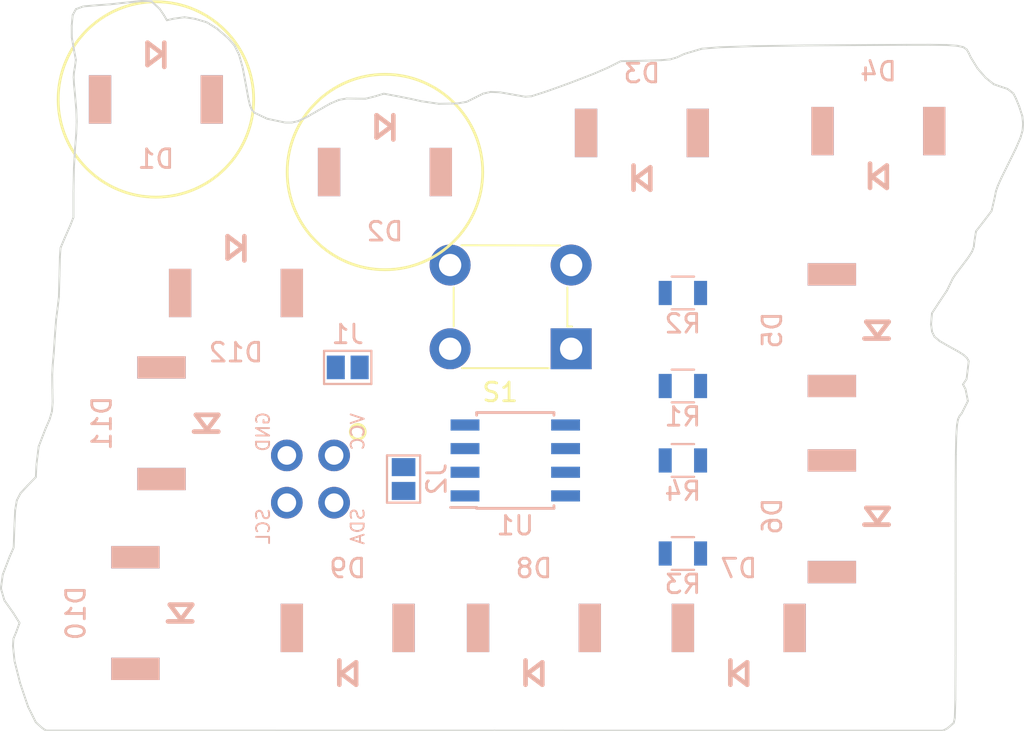
<source format=kicad_pcb>
(kicad_pcb (version 4) (host pcbnew 4.0.7-e2-6376~58~ubuntu16.04.1)

  (general
    (links 38)
    (no_connects 38)
    (area 128.776182 59.930969 201.318901 106.570821)
    (thickness 1.6)
    (drawings 191)
    (tracks 0)
    (zones 0)
    (modules 21)
    (nets 15)
  )

  (page A4)
  (layers
    (0 F.Cu signal)
    (31 B.Cu signal)
    (32 B.Adhes user)
    (33 F.Adhes user)
    (34 B.Paste user)
    (35 F.Paste user)
    (36 B.SilkS user)
    (37 F.SilkS user)
    (38 B.Mask user)
    (39 F.Mask user)
    (40 Dwgs.User user)
    (41 Cmts.User user)
    (42 Eco1.User user)
    (43 Eco2.User user)
    (44 Edge.Cuts user)
    (45 Margin user)
    (46 B.CrtYd user)
    (47 F.CrtYd user)
    (48 B.Fab user)
    (49 F.Fab user)
  )

  (setup
    (last_trace_width 0.25)
    (trace_clearance 0.2)
    (zone_clearance 0.508)
    (zone_45_only no)
    (trace_min 0.2)
    (segment_width 0.2)
    (edge_width 0.15)
    (via_size 0.6)
    (via_drill 0.4)
    (via_min_size 0.4)
    (via_min_drill 0.3)
    (uvia_size 0.3)
    (uvia_drill 0.1)
    (uvias_allowed no)
    (uvia_min_size 0.2)
    (uvia_min_drill 0.1)
    (pcb_text_width 0.3)
    (pcb_text_size 1.5 1.5)
    (mod_edge_width 0.15)
    (mod_text_size 1 1)
    (mod_text_width 0.15)
    (pad_size 1.524 1.524)
    (pad_drill 0.762)
    (pad_to_mask_clearance 0.2)
    (aux_axis_origin 0 0)
    (visible_elements FFFFFF7F)
    (pcbplotparams
      (layerselection 0x00030_80000001)
      (usegerberextensions false)
      (excludeedgelayer true)
      (linewidth 0.100000)
      (plotframeref false)
      (viasonmask false)
      (mode 1)
      (useauxorigin false)
      (hpglpennumber 1)
      (hpglpenspeed 20)
      (hpglpendiameter 15)
      (hpglpenoverlay 2)
      (psnegative false)
      (psa4output false)
      (plotreference true)
      (plotvalue true)
      (plotinvisibletext false)
      (padsonsilk false)
      (subtractmaskfromsilk false)
      (outputformat 1)
      (mirror false)
      (drillshape 1)
      (scaleselection 1)
      (outputdirectory ""))
  )

  (net 0 "")
  (net 1 "Net-(D1-Pad2)")
  (net 2 /ROW2)
  (net 3 /ROW3)
  (net 4 /ROW4)
  (net 5 "Net-(D4-Pad2)")
  (net 6 /ROW1)
  (net 7 "Net-(D7-Pad2)")
  (net 8 "Net-(D10-Pad2)")
  (net 9 "Net-(J1-Pad2)")
  (net 10 "Net-(J2-Pad2)")
  (net 11 GND)
  (net 12 /BUTTON)
  (net 13 "Net-(U1-Pad1)")
  (net 14 +3V3)

  (net_class Default "This is the default net class."
    (clearance 0.2)
    (trace_width 0.25)
    (via_dia 0.6)
    (via_drill 0.4)
    (uvia_dia 0.3)
    (uvia_drill 0.1)
    (add_net +3V3)
    (add_net /BUTTON)
    (add_net /ROW1)
    (add_net /ROW2)
    (add_net /ROW3)
    (add_net /ROW4)
    (add_net GND)
    (add_net "Net-(D1-Pad2)")
    (add_net "Net-(D10-Pad2)")
    (add_net "Net-(D4-Pad2)")
    (add_net "Net-(D7-Pad2)")
    (add_net "Net-(J1-Pad2)")
    (add_net "Net-(J2-Pad2)")
    (add_net "Net-(U1-Pad1)")
  )

  (module DC503_SAO:OSRAM_LED (layer F.Cu) (tedit 5B592173) (tstamp 5B50B221)
    (at 167 76.5 180)
    (path /5B4E85E0)
    (fp_text reference D2 (at 0 -3.2 180) (layer B.SilkS)
      (effects (font (size 1 1) (thickness 0.15)) (justify mirror))
    )
    (fp_text value LED (at 0 -2 180) (layer B.Fab)
      (effects (font (size 1 1) (thickness 0.15)) (justify mirror))
    )
    (fp_circle (center 0 0) (end -5.25 0) (layer F.SilkS) (width 0.15))
    (fp_line (start -0.45 3.05) (end -0.45 1.75) (layer B.SilkS) (width 0.25))
    (fp_line (start 0.45 3.05) (end 0.45 1.85) (layer B.SilkS) (width 0.25))
    (fp_line (start 0.45 1.85) (end -0.35 2.45) (layer B.SilkS) (width 0.25))
    (fp_line (start -0.35 2.45) (end 0.45 3.05) (layer B.SilkS) (width 0.25))
    (pad 1 smd rect (at 3 0 180) (size 1.2 2.6) (layers B.Cu B.Paste B.SilkS B.Mask)
      (net 3 /ROW3))
    (pad 2 smd rect (at -3 0 180) (size 1.2 2.6) (layers B.Cu B.Paste B.SilkS B.Mask)
      (net 1 "Net-(D1-Pad2)"))
  )

  (module DC503_SAO:OSRAM_LED (layer F.Cu) (tedit 5B54A7A6) (tstamp 5B50B21B)
    (at 154.7 72.6 180)
    (path /5B4E84D1)
    (fp_text reference D1 (at 0 -3.2 180) (layer B.SilkS)
      (effects (font (size 1 1) (thickness 0.15)) (justify mirror))
    )
    (fp_text value LED (at 0 -2 180) (layer B.Fab)
      (effects (font (size 1 1) (thickness 0.15)) (justify mirror))
    )
    (fp_circle (center 0 0) (end 5.25 0) (layer F.SilkS) (width 0.15))
    (fp_line (start -0.45 3.05) (end -0.45 1.75) (layer B.SilkS) (width 0.25))
    (fp_line (start 0.45 3.05) (end 0.45 1.85) (layer B.SilkS) (width 0.25))
    (fp_line (start 0.45 1.85) (end -0.35 2.45) (layer B.SilkS) (width 0.25))
    (fp_line (start -0.35 2.45) (end 0.45 3.05) (layer B.SilkS) (width 0.25))
    (pad 1 smd rect (at 3 0 180) (size 1.2 2.6) (layers B.Cu B.Paste B.SilkS B.Mask)
      (net 2 /ROW2))
    (pad 2 smd rect (at -3 0 180) (size 1.2 2.6) (layers B.Cu B.Paste B.SilkS B.Mask)
      (net 1 "Net-(D1-Pad2)"))
  )

  (module DC503_SAO:OSRAM_LED (layer F.Cu) (tedit 5B54A432) (tstamp 5B50B251)
    (at 153.6 100.2 90)
    (path /5B4F32AE)
    (fp_text reference D10 (at 0 -3.2 90) (layer B.SilkS)
      (effects (font (size 1 1) (thickness 0.15)) (justify mirror))
    )
    (fp_text value LED (at 0 -2 90) (layer B.Fab)
      (effects (font (size 1 1) (thickness 0.15)) (justify mirror))
    )
    (fp_line (start -0.45 3.05) (end -0.45 1.75) (layer B.SilkS) (width 0.25))
    (fp_line (start 0.45 3.05) (end 0.45 1.85) (layer B.SilkS) (width 0.25))
    (fp_line (start 0.45 1.85) (end -0.35 2.45) (layer B.SilkS) (width 0.25))
    (fp_line (start -0.35 2.45) (end 0.45 3.05) (layer B.SilkS) (width 0.25))
    (pad 1 smd rect (at 3 0 90) (size 1.2 2.6) (layers B.Cu B.Paste B.SilkS B.Mask)
      (net 6 /ROW1))
    (pad 2 smd rect (at -3 0 90) (size 1.2 2.6) (layers B.Cu B.Paste B.SilkS B.Mask)
      (net 8 "Net-(D10-Pad2)"))
  )

  (module DC503_SAO:OSRAM_LED (layer F.Cu) (tedit 5B541B19) (tstamp 5B50B22D)
    (at 193.5 74.3)
    (path /5B4F2F41)
    (fp_text reference D4 (at 0 -3.2) (layer B.SilkS)
      (effects (font (size 1 1) (thickness 0.15)) (justify mirror))
    )
    (fp_text value LED (at 0 -2) (layer B.Fab)
      (effects (font (size 1 1) (thickness 0.15)) (justify mirror))
    )
    (fp_line (start -0.45 3.05) (end -0.45 1.75) (layer B.SilkS) (width 0.25))
    (fp_line (start 0.45 3.05) (end 0.45 1.85) (layer B.SilkS) (width 0.25))
    (fp_line (start 0.45 1.85) (end -0.35 2.45) (layer B.SilkS) (width 0.25))
    (fp_line (start -0.35 2.45) (end 0.45 3.05) (layer B.SilkS) (width 0.25))
    (pad 1 smd rect (at 3 0) (size 1.2 2.6) (layers B.Cu B.Paste B.SilkS B.Mask)
      (net 6 /ROW1))
    (pad 2 smd rect (at -3 0) (size 1.2 2.6) (layers B.Cu B.Paste B.SilkS B.Mask)
      (net 5 "Net-(D4-Pad2)"))
  )

  (module Connectors:GS2 (layer B.Cu) (tedit 586134A1) (tstamp 5B50B26B)
    (at 165 87 90)
    (descr "2-pin solder bridge")
    (tags "solder bridge")
    (path /5B4E8C34)
    (attr smd)
    (fp_text reference J1 (at 1.78 0 360) (layer B.SilkS)
      (effects (font (size 1 1) (thickness 0.15)) (justify mirror))
    )
    (fp_text value GS2 (at -1.8 0 360) (layer B.Fab)
      (effects (font (size 1 1) (thickness 0.15)) (justify mirror))
    )
    (fp_line (start 1.1 1.45) (end 1.1 -1.5) (layer B.CrtYd) (width 0.05))
    (fp_line (start 1.1 -1.5) (end -1.1 -1.5) (layer B.CrtYd) (width 0.05))
    (fp_line (start -1.1 -1.5) (end -1.1 1.45) (layer B.CrtYd) (width 0.05))
    (fp_line (start -1.1 1.45) (end 1.1 1.45) (layer B.CrtYd) (width 0.05))
    (fp_line (start -0.89 1.27) (end -0.89 -1.27) (layer B.SilkS) (width 0.12))
    (fp_line (start 0.89 -1.27) (end 0.89 1.27) (layer B.SilkS) (width 0.12))
    (fp_line (start 0.89 -1.27) (end -0.89 -1.27) (layer B.SilkS) (width 0.12))
    (fp_line (start -0.89 1.27) (end 0.89 1.27) (layer B.SilkS) (width 0.12))
    (pad 1 smd rect (at 0 0.64 90) (size 1.27 0.97) (layers B.Cu B.Paste B.Mask)
      (net 3 /ROW3))
    (pad 2 smd rect (at 0 -0.64 90) (size 1.27 0.97) (layers B.Cu B.Paste B.Mask)
      (net 9 "Net-(J1-Pad2)"))
  )

  (module Connectors:GS2 (layer B.Cu) (tedit 586134A1) (tstamp 5B50B279)
    (at 168 93)
    (descr "2-pin solder bridge")
    (tags "solder bridge")
    (path /5B4E8CEF)
    (attr smd)
    (fp_text reference J2 (at 1.78 0 270) (layer B.SilkS)
      (effects (font (size 1 1) (thickness 0.15)) (justify mirror))
    )
    (fp_text value GS2 (at -1.8 0 270) (layer B.Fab)
      (effects (font (size 1 1) (thickness 0.15)) (justify mirror))
    )
    (fp_line (start 1.1 1.45) (end 1.1 -1.5) (layer B.CrtYd) (width 0.05))
    (fp_line (start 1.1 -1.5) (end -1.1 -1.5) (layer B.CrtYd) (width 0.05))
    (fp_line (start -1.1 -1.5) (end -1.1 1.45) (layer B.CrtYd) (width 0.05))
    (fp_line (start -1.1 1.45) (end 1.1 1.45) (layer B.CrtYd) (width 0.05))
    (fp_line (start -0.89 1.27) (end -0.89 -1.27) (layer B.SilkS) (width 0.12))
    (fp_line (start 0.89 -1.27) (end 0.89 1.27) (layer B.SilkS) (width 0.12))
    (fp_line (start 0.89 -1.27) (end -0.89 -1.27) (layer B.SilkS) (width 0.12))
    (fp_line (start -0.89 1.27) (end 0.89 1.27) (layer B.SilkS) (width 0.12))
    (pad 1 smd rect (at 0 0.64) (size 1.27 0.97) (layers B.Cu B.Paste B.Mask)
      (net 6 /ROW1))
    (pad 2 smd rect (at 0 -0.64) (size 1.27 0.97) (layers B.Cu B.Paste B.Mask)
      (net 10 "Net-(J2-Pad2)"))
  )

  (module Resistors_SMD:R_0805 (layer B.Cu) (tedit 58E0A804) (tstamp 5B50B28A)
    (at 183 88)
    (descr "Resistor SMD 0805, reflow soldering, Vishay (see dcrcw.pdf)")
    (tags "resistor 0805")
    (path /5B4F32A2)
    (attr smd)
    (fp_text reference R1 (at 0 1.65) (layer B.SilkS)
      (effects (font (size 1 1) (thickness 0.15)) (justify mirror))
    )
    (fp_text value 100R (at 0 -1.75) (layer B.Fab)
      (effects (font (size 1 1) (thickness 0.15)) (justify mirror))
    )
    (fp_text user %R (at 0 0) (layer B.Fab)
      (effects (font (size 0.5 0.5) (thickness 0.075)) (justify mirror))
    )
    (fp_line (start -1 -0.62) (end -1 0.62) (layer B.Fab) (width 0.1))
    (fp_line (start 1 -0.62) (end -1 -0.62) (layer B.Fab) (width 0.1))
    (fp_line (start 1 0.62) (end 1 -0.62) (layer B.Fab) (width 0.1))
    (fp_line (start -1 0.62) (end 1 0.62) (layer B.Fab) (width 0.1))
    (fp_line (start 0.6 -0.88) (end -0.6 -0.88) (layer B.SilkS) (width 0.12))
    (fp_line (start -0.6 0.88) (end 0.6 0.88) (layer B.SilkS) (width 0.12))
    (fp_line (start -1.55 0.9) (end 1.55 0.9) (layer B.CrtYd) (width 0.05))
    (fp_line (start -1.55 0.9) (end -1.55 -0.9) (layer B.CrtYd) (width 0.05))
    (fp_line (start 1.55 -0.9) (end 1.55 0.9) (layer B.CrtYd) (width 0.05))
    (fp_line (start 1.55 -0.9) (end -1.55 -0.9) (layer B.CrtYd) (width 0.05))
    (pad 1 smd rect (at -0.95 0) (size 0.7 1.3) (layers B.Cu B.Paste B.Mask)
      (net 4 /ROW4))
    (pad 2 smd rect (at 0.95 0) (size 0.7 1.3) (layers B.Cu B.Paste B.Mask)
      (net 8 "Net-(D10-Pad2)"))
    (model ${KISYS3DMOD}/Resistors_SMD.3dshapes/R_0805.wrl
      (at (xyz 0 0 0))
      (scale (xyz 1 1 1))
      (rotate (xyz 0 0 0))
    )
  )

  (module Resistors_SMD:R_0805 (layer B.Cu) (tedit 58E0A804) (tstamp 5B50B29B)
    (at 183 83)
    (descr "Resistor SMD 0805, reflow soldering, Vishay (see dcrcw.pdf)")
    (tags "resistor 0805")
    (path /5B4F3279)
    (attr smd)
    (fp_text reference R2 (at 0 1.65) (layer B.SilkS)
      (effects (font (size 1 1) (thickness 0.15)) (justify mirror))
    )
    (fp_text value 100R (at 0 -1.75) (layer B.Fab)
      (effects (font (size 1 1) (thickness 0.15)) (justify mirror))
    )
    (fp_text user %R (at 0 0) (layer B.Fab)
      (effects (font (size 0.5 0.5) (thickness 0.075)) (justify mirror))
    )
    (fp_line (start -1 -0.62) (end -1 0.62) (layer B.Fab) (width 0.1))
    (fp_line (start 1 -0.62) (end -1 -0.62) (layer B.Fab) (width 0.1))
    (fp_line (start 1 0.62) (end 1 -0.62) (layer B.Fab) (width 0.1))
    (fp_line (start -1 0.62) (end 1 0.62) (layer B.Fab) (width 0.1))
    (fp_line (start 0.6 -0.88) (end -0.6 -0.88) (layer B.SilkS) (width 0.12))
    (fp_line (start -0.6 0.88) (end 0.6 0.88) (layer B.SilkS) (width 0.12))
    (fp_line (start -1.55 0.9) (end 1.55 0.9) (layer B.CrtYd) (width 0.05))
    (fp_line (start -1.55 0.9) (end -1.55 -0.9) (layer B.CrtYd) (width 0.05))
    (fp_line (start 1.55 -0.9) (end 1.55 0.9) (layer B.CrtYd) (width 0.05))
    (fp_line (start 1.55 -0.9) (end -1.55 -0.9) (layer B.CrtYd) (width 0.05))
    (pad 1 smd rect (at -0.95 0) (size 0.7 1.3) (layers B.Cu B.Paste B.Mask)
      (net 3 /ROW3))
    (pad 2 smd rect (at 0.95 0) (size 0.7 1.3) (layers B.Cu B.Paste B.Mask)
      (net 7 "Net-(D7-Pad2)"))
    (model ${KISYS3DMOD}/Resistors_SMD.3dshapes/R_0805.wrl
      (at (xyz 0 0 0))
      (scale (xyz 1 1 1))
      (rotate (xyz 0 0 0))
    )
  )

  (module Resistors_SMD:R_0805 (layer B.Cu) (tedit 58E0A804) (tstamp 5B50B2AC)
    (at 183 97)
    (descr "Resistor SMD 0805, reflow soldering, Vishay (see dcrcw.pdf)")
    (tags "resistor 0805")
    (path /5B4F2F35)
    (attr smd)
    (fp_text reference R3 (at 0 1.65) (layer B.SilkS)
      (effects (font (size 1 1) (thickness 0.15)) (justify mirror))
    )
    (fp_text value 100R (at 0 -1.75) (layer B.Fab)
      (effects (font (size 1 1) (thickness 0.15)) (justify mirror))
    )
    (fp_text user %R (at 0 0) (layer B.Fab)
      (effects (font (size 0.5 0.5) (thickness 0.075)) (justify mirror))
    )
    (fp_line (start -1 -0.62) (end -1 0.62) (layer B.Fab) (width 0.1))
    (fp_line (start 1 -0.62) (end -1 -0.62) (layer B.Fab) (width 0.1))
    (fp_line (start 1 0.62) (end 1 -0.62) (layer B.Fab) (width 0.1))
    (fp_line (start -1 0.62) (end 1 0.62) (layer B.Fab) (width 0.1))
    (fp_line (start 0.6 -0.88) (end -0.6 -0.88) (layer B.SilkS) (width 0.12))
    (fp_line (start -0.6 0.88) (end 0.6 0.88) (layer B.SilkS) (width 0.12))
    (fp_line (start -1.55 0.9) (end 1.55 0.9) (layer B.CrtYd) (width 0.05))
    (fp_line (start -1.55 0.9) (end -1.55 -0.9) (layer B.CrtYd) (width 0.05))
    (fp_line (start 1.55 -0.9) (end 1.55 0.9) (layer B.CrtYd) (width 0.05))
    (fp_line (start 1.55 -0.9) (end -1.55 -0.9) (layer B.CrtYd) (width 0.05))
    (pad 1 smd rect (at -0.95 0) (size 0.7 1.3) (layers B.Cu B.Paste B.Mask)
      (net 2 /ROW2))
    (pad 2 smd rect (at 0.95 0) (size 0.7 1.3) (layers B.Cu B.Paste B.Mask)
      (net 5 "Net-(D4-Pad2)"))
    (model ${KISYS3DMOD}/Resistors_SMD.3dshapes/R_0805.wrl
      (at (xyz 0 0 0))
      (scale (xyz 1 1 1))
      (rotate (xyz 0 0 0))
    )
  )

  (module Resistors_SMD:R_0805 (layer B.Cu) (tedit 58E0A804) (tstamp 5B50B2BD)
    (at 183 92)
    (descr "Resistor SMD 0805, reflow soldering, Vishay (see dcrcw.pdf)")
    (tags "resistor 0805")
    (path /5B4E8222)
    (attr smd)
    (fp_text reference R4 (at 0 1.65) (layer B.SilkS)
      (effects (font (size 1 1) (thickness 0.15)) (justify mirror))
    )
    (fp_text value 100R (at 0 -1.75) (layer B.Fab)
      (effects (font (size 1 1) (thickness 0.15)) (justify mirror))
    )
    (fp_text user %R (at 0 0) (layer B.Fab)
      (effects (font (size 0.5 0.5) (thickness 0.075)) (justify mirror))
    )
    (fp_line (start -1 -0.62) (end -1 0.62) (layer B.Fab) (width 0.1))
    (fp_line (start 1 -0.62) (end -1 -0.62) (layer B.Fab) (width 0.1))
    (fp_line (start 1 0.62) (end 1 -0.62) (layer B.Fab) (width 0.1))
    (fp_line (start -1 0.62) (end 1 0.62) (layer B.Fab) (width 0.1))
    (fp_line (start 0.6 -0.88) (end -0.6 -0.88) (layer B.SilkS) (width 0.12))
    (fp_line (start -0.6 0.88) (end 0.6 0.88) (layer B.SilkS) (width 0.12))
    (fp_line (start -1.55 0.9) (end 1.55 0.9) (layer B.CrtYd) (width 0.05))
    (fp_line (start -1.55 0.9) (end -1.55 -0.9) (layer B.CrtYd) (width 0.05))
    (fp_line (start 1.55 -0.9) (end 1.55 0.9) (layer B.CrtYd) (width 0.05))
    (fp_line (start 1.55 -0.9) (end -1.55 -0.9) (layer B.CrtYd) (width 0.05))
    (pad 1 smd rect (at -0.95 0) (size 0.7 1.3) (layers B.Cu B.Paste B.Mask)
      (net 6 /ROW1))
    (pad 2 smd rect (at 0.95 0) (size 0.7 1.3) (layers B.Cu B.Paste B.Mask)
      (net 1 "Net-(D1-Pad2)"))
    (model ${KISYS3DMOD}/Resistors_SMD.3dshapes/R_0805.wrl
      (at (xyz 0 0 0))
      (scale (xyz 1 1 1))
      (rotate (xyz 0 0 0))
    )
  )

  (module digikey-footprints:Switch_Tactile_THT_6x6mm (layer F.Cu) (tedit 5AF34E1F) (tstamp 5B50B2D3)
    (at 177 86 180)
    (descr http://www.te.com/commerce/DocumentDelivery/DDEController?Action=srchrtrv&DocNm=1825910&DocType=Customer+Drawing&DocLang=English)
    (path /5B4E90BD)
    (fp_text reference S1 (at 3.81 -2.3368 180) (layer F.SilkS)
      (effects (font (size 1 1) (thickness 0.15)))
    )
    (fp_text value 1825910-6 (at 3.6322 7.0866 180) (layer F.Fab)
      (effects (font (size 1 1) (thickness 0.15)))
    )
    (fp_line (start 0.2032 1.2004) (end -0.0468 1.2004) (layer F.SilkS) (width 0.1))
    (fp_line (start 5.8928 5.5626) (end 0.6 5.5528) (layer F.SilkS) (width 0.1))
    (fp_line (start 6.3092 1.2048) (end 6.3092 3.3) (layer F.SilkS) (width 0.1))
    (fp_line (start 0.2032 1.1938) (end 0.2032 3.302) (layer F.SilkS) (width 0.1))
    (fp_line (start 1.2 -1.0414) (end 5.8674 -1.0414) (layer F.SilkS) (width 0.1))
    (fp_line (start -1.35 -1.35) (end -1.35 5.85) (layer F.CrtYd) (width 0.05))
    (fp_line (start 7.85 -1.35) (end -1.35 -1.35) (layer F.CrtYd) (width 0.05))
    (fp_line (start 7.85 5.85) (end -1.35 5.85) (layer F.CrtYd) (width 0.05))
    (fp_line (start 7.85 -1.35) (end 7.85 5.85) (layer F.CrtYd) (width 0.05))
    (fp_text user %R (at 3.3782 2.286 180) (layer F.Fab)
      (effects (font (size 1 1) (thickness 0.15)))
    )
    (fp_line (start 0.25 -1) (end 0.25 5.5) (layer F.Fab) (width 0.1))
    (fp_line (start 6.25 5.5) (end 0.25 5.5) (layer F.Fab) (width 0.1))
    (fp_line (start 6.25 -1) (end 6.25 5.5) (layer F.Fab) (width 0.1))
    (fp_line (start 0.25 -1) (end 6.25 -1) (layer F.Fab) (width 0.1))
    (pad 1 thru_hole rect (at 0 0 180) (size 2.2 2.2) (drill 1.2) (layers *.Cu *.Mask)
      (net 11 GND))
    (pad 2 thru_hole circle (at 6.5 0 180) (size 2.2 2.2) (drill 1.2) (layers *.Cu *.Mask)
      (net 11 GND))
    (pad 4 thru_hole circle (at 6.5 4.5 180) (size 2.2 2.2) (drill 1.2) (layers *.Cu *.Mask)
      (net 12 /BUTTON))
    (pad 3 thru_hole circle (at 0 4.5 180) (size 2.2 2.2) (drill 1.2) (layers *.Cu *.Mask)
      (net 12 /BUTTON))
  )

  (module Housings_SOIC:SOIC-8_3.9x4.9mm_Pitch1.27mm (layer B.Cu) (tedit 58CD0CDA) (tstamp 5B50B2F0)
    (at 174 92)
    (descr "8-Lead Plastic Small Outline (SN) - Narrow, 3.90 mm Body [SOIC] (see Microchip Packaging Specification 00000049BS.pdf)")
    (tags "SOIC 1.27")
    (path /5B4E7DA2)
    (attr smd)
    (fp_text reference U1 (at 0 3.5) (layer B.SilkS)
      (effects (font (size 1 1) (thickness 0.15)) (justify mirror))
    )
    (fp_text value ATTINY85-20SU (at 0 -3.5) (layer B.Fab)
      (effects (font (size 1 1) (thickness 0.15)) (justify mirror))
    )
    (fp_text user %R (at 0 0) (layer B.Fab)
      (effects (font (size 1 1) (thickness 0.15)) (justify mirror))
    )
    (fp_line (start -0.95 2.45) (end 1.95 2.45) (layer B.Fab) (width 0.1))
    (fp_line (start 1.95 2.45) (end 1.95 -2.45) (layer B.Fab) (width 0.1))
    (fp_line (start 1.95 -2.45) (end -1.95 -2.45) (layer B.Fab) (width 0.1))
    (fp_line (start -1.95 -2.45) (end -1.95 1.45) (layer B.Fab) (width 0.1))
    (fp_line (start -1.95 1.45) (end -0.95 2.45) (layer B.Fab) (width 0.1))
    (fp_line (start -3.73 2.7) (end -3.73 -2.7) (layer B.CrtYd) (width 0.05))
    (fp_line (start 3.73 2.7) (end 3.73 -2.7) (layer B.CrtYd) (width 0.05))
    (fp_line (start -3.73 2.7) (end 3.73 2.7) (layer B.CrtYd) (width 0.05))
    (fp_line (start -3.73 -2.7) (end 3.73 -2.7) (layer B.CrtYd) (width 0.05))
    (fp_line (start -2.075 2.575) (end -2.075 2.525) (layer B.SilkS) (width 0.15))
    (fp_line (start 2.075 2.575) (end 2.075 2.43) (layer B.SilkS) (width 0.15))
    (fp_line (start 2.075 -2.575) (end 2.075 -2.43) (layer B.SilkS) (width 0.15))
    (fp_line (start -2.075 -2.575) (end -2.075 -2.43) (layer B.SilkS) (width 0.15))
    (fp_line (start -2.075 2.575) (end 2.075 2.575) (layer B.SilkS) (width 0.15))
    (fp_line (start -2.075 -2.575) (end 2.075 -2.575) (layer B.SilkS) (width 0.15))
    (fp_line (start -2.075 2.525) (end -3.475 2.525) (layer B.SilkS) (width 0.15))
    (pad 1 smd rect (at -2.7 1.905) (size 1.55 0.6) (layers B.Cu B.Paste B.Mask)
      (net 13 "Net-(U1-Pad1)"))
    (pad 2 smd rect (at -2.7 0.635) (size 1.55 0.6) (layers B.Cu B.Paste B.Mask)
      (net 4 /ROW4))
    (pad 3 smd rect (at -2.7 -0.635) (size 1.55 0.6) (layers B.Cu B.Paste B.Mask)
      (net 12 /BUTTON))
    (pad 4 smd rect (at -2.7 -1.905) (size 1.55 0.6) (layers B.Cu B.Paste B.Mask)
      (net 11 GND))
    (pad 5 smd rect (at 2.7 -1.905) (size 1.55 0.6) (layers B.Cu B.Paste B.Mask)
      (net 6 /ROW1))
    (pad 6 smd rect (at 2.7 -0.635) (size 1.55 0.6) (layers B.Cu B.Paste B.Mask)
      (net 2 /ROW2))
    (pad 7 smd rect (at 2.7 0.635) (size 1.55 0.6) (layers B.Cu B.Paste B.Mask)
      (net 3 /ROW3))
    (pad 8 smd rect (at 2.7 1.905) (size 1.55 0.6) (layers B.Cu B.Paste B.Mask)
      (net 14 +3V3))
    (model ${KISYS3DMOD}/Housings_SOIC.3dshapes/SOIC-8_3.9x4.9mm_Pitch1.27mm.wrl
      (at (xyz 0 0 0))
      (scale (xyz 1 1 1))
      (rotate (xyz 0 0 0))
    )
  )

  (module DC503_SAO:Badgelife-Shitty-2x2 (layer F.Cu) (tedit 5B501009) (tstamp 5B50B2F8)
    (at 163 93 270)
    (descr "Through hole angled pin header, 2x02, 2.54mm pitch, 6mm pin length, double rows")
    (tags "Through hole angled pin header THT 2x02 2.54mm double row")
    (path /5B4E7EF2)
    (fp_text reference X1 (at 0 0 270) (layer F.Fab)
      (effects (font (size 1 1) (thickness 0.15)))
    )
    (fp_text value Badgelife_shitty_connector (at 0 4.2 270) (layer F.Fab)
      (effects (font (size 1 1) (thickness 0.15)))
    )
    (fp_text user SDA (at 2.54 -2.54 270) (layer B.SilkS)
      (effects (font (size 0.7 0.7) (thickness 0.1)) (justify mirror))
    )
    (fp_circle (center -2.54 -2.54) (end -2.14 -2.54) (layer F.SilkS) (width 0.15))
    (fp_text user SCL (at 2.54 2.54 270) (layer B.SilkS)
      (effects (font (size 0.7 0.7) (thickness 0.1)) (justify mirror))
    )
    (fp_text user GND (at -2.54 2.54 270) (layer B.SilkS)
      (effects (font (size 0.7 0.7) (thickness 0.1)) (justify mirror))
    )
    (fp_text user VCC (at -2.54 -2.54 270) (layer B.SilkS)
      (effects (font (size 0.7 0.7) (thickness 0.1)) (justify mirror))
    )
    (pad 4 thru_hole circle (at 1.27 -1.27 270) (size 1.7 1.7) (drill 1) (layers *.Cu *.Mask)
      (net 10 "Net-(J2-Pad2)"))
    (pad 3 thru_hole oval (at 1.27 1.27 270) (size 1.7 1.7) (drill 1) (layers *.Cu *.Mask)
      (net 9 "Net-(J1-Pad2)"))
    (pad 1 thru_hole oval (at -1.27 -1.27 270) (size 1.7 1.7) (drill 1) (layers *.Cu *.Mask)
      (net 14 +3V3))
    (pad 2 thru_hole oval (at -1.27 1.27 270) (size 1.7 1.7) (drill 1) (layers *.Cu *.Mask)
      (net 11 GND))
    (model ${KISYS3DMOD}/Pin_Headers.3dshapes/Pin_Header_Angled_2x02_Pitch2.54mm.wrl
      (at (xyz 0 0 0))
      (scale (xyz 1 1 1))
      (rotate (xyz 0 0 0))
    )
  )

  (module DC503_SAO:OSRAM_LED (layer F.Cu) (tedit 5B53EFA1) (tstamp 5B50B227)
    (at 180.8 74.4)
    (path /5B4E8493)
    (fp_text reference D3 (at 0 -3.2) (layer B.SilkS)
      (effects (font (size 1 1) (thickness 0.15)) (justify mirror))
    )
    (fp_text value LED (at 0 -2) (layer B.Fab)
      (effects (font (size 1 1) (thickness 0.15)) (justify mirror))
    )
    (fp_line (start -0.45 3.05) (end -0.45 1.75) (layer B.SilkS) (width 0.25))
    (fp_line (start 0.45 3.05) (end 0.45 1.85) (layer B.SilkS) (width 0.25))
    (fp_line (start 0.45 1.85) (end -0.35 2.45) (layer B.SilkS) (width 0.25))
    (fp_line (start -0.35 2.45) (end 0.45 3.05) (layer B.SilkS) (width 0.25))
    (pad 1 smd rect (at 3 0) (size 1.2 2.6) (layers B.Cu B.Paste B.SilkS B.Mask)
      (net 4 /ROW4))
    (pad 2 smd rect (at -3 0) (size 1.2 2.6) (layers B.Cu B.Paste B.SilkS B.Mask)
      (net 1 "Net-(D1-Pad2)"))
  )

  (module DC503_SAO:OSRAM_LED (layer F.Cu) (tedit 5B53EFA1) (tstamp 5B50B233)
    (at 191 85 90)
    (path /5B4F2F47)
    (fp_text reference D5 (at 0 -3.2 90) (layer B.SilkS)
      (effects (font (size 1 1) (thickness 0.15)) (justify mirror))
    )
    (fp_text value LED (at 0 -2 90) (layer B.Fab)
      (effects (font (size 1 1) (thickness 0.15)) (justify mirror))
    )
    (fp_line (start -0.45 3.05) (end -0.45 1.75) (layer B.SilkS) (width 0.25))
    (fp_line (start 0.45 3.05) (end 0.45 1.85) (layer B.SilkS) (width 0.25))
    (fp_line (start 0.45 1.85) (end -0.35 2.45) (layer B.SilkS) (width 0.25))
    (fp_line (start -0.35 2.45) (end 0.45 3.05) (layer B.SilkS) (width 0.25))
    (pad 1 smd rect (at 3 0 90) (size 1.2 2.6) (layers B.Cu B.Paste B.SilkS B.Mask)
      (net 3 /ROW3))
    (pad 2 smd rect (at -3 0 90) (size 1.2 2.6) (layers B.Cu B.Paste B.SilkS B.Mask)
      (net 5 "Net-(D4-Pad2)"))
  )

  (module DC503_SAO:OSRAM_LED (layer F.Cu) (tedit 5B53EFA1) (tstamp 5B50B239)
    (at 191 95 90)
    (path /5B4F2F3B)
    (fp_text reference D6 (at 0 -3.2 90) (layer B.SilkS)
      (effects (font (size 1 1) (thickness 0.15)) (justify mirror))
    )
    (fp_text value LED (at 0 -2 90) (layer B.Fab)
      (effects (font (size 1 1) (thickness 0.15)) (justify mirror))
    )
    (fp_line (start -0.45 3.05) (end -0.45 1.75) (layer B.SilkS) (width 0.25))
    (fp_line (start 0.45 3.05) (end 0.45 1.85) (layer B.SilkS) (width 0.25))
    (fp_line (start 0.45 1.85) (end -0.35 2.45) (layer B.SilkS) (width 0.25))
    (fp_line (start -0.35 2.45) (end 0.45 3.05) (layer B.SilkS) (width 0.25))
    (pad 1 smd rect (at 3 0 90) (size 1.2 2.6) (layers B.Cu B.Paste B.SilkS B.Mask)
      (net 4 /ROW4))
    (pad 2 smd rect (at -3 0 90) (size 1.2 2.6) (layers B.Cu B.Paste B.SilkS B.Mask)
      (net 5 "Net-(D4-Pad2)"))
  )

  (module DC503_SAO:OSRAM_LED (layer F.Cu) (tedit 5B53EFA1) (tstamp 5B50B23F)
    (at 186 101)
    (path /5B4F3285)
    (fp_text reference D7 (at 0 -3.2) (layer B.SilkS)
      (effects (font (size 1 1) (thickness 0.15)) (justify mirror))
    )
    (fp_text value LED (at 0 -2) (layer B.Fab)
      (effects (font (size 1 1) (thickness 0.15)) (justify mirror))
    )
    (fp_line (start -0.45 3.05) (end -0.45 1.75) (layer B.SilkS) (width 0.25))
    (fp_line (start 0.45 3.05) (end 0.45 1.85) (layer B.SilkS) (width 0.25))
    (fp_line (start 0.45 1.85) (end -0.35 2.45) (layer B.SilkS) (width 0.25))
    (fp_line (start -0.35 2.45) (end 0.45 3.05) (layer B.SilkS) (width 0.25))
    (pad 1 smd rect (at 3 0) (size 1.2 2.6) (layers B.Cu B.Paste B.SilkS B.Mask)
      (net 6 /ROW1))
    (pad 2 smd rect (at -3 0) (size 1.2 2.6) (layers B.Cu B.Paste B.SilkS B.Mask)
      (net 7 "Net-(D7-Pad2)"))
  )

  (module DC503_SAO:OSRAM_LED (layer F.Cu) (tedit 5B53EFA1) (tstamp 5B50B245)
    (at 175 101)
    (path /5B4F328B)
    (fp_text reference D8 (at 0 -3.2) (layer B.SilkS)
      (effects (font (size 1 1) (thickness 0.15)) (justify mirror))
    )
    (fp_text value LED (at 0 -2) (layer B.Fab)
      (effects (font (size 1 1) (thickness 0.15)) (justify mirror))
    )
    (fp_line (start -0.45 3.05) (end -0.45 1.75) (layer B.SilkS) (width 0.25))
    (fp_line (start 0.45 3.05) (end 0.45 1.85) (layer B.SilkS) (width 0.25))
    (fp_line (start 0.45 1.85) (end -0.35 2.45) (layer B.SilkS) (width 0.25))
    (fp_line (start -0.35 2.45) (end 0.45 3.05) (layer B.SilkS) (width 0.25))
    (pad 1 smd rect (at 3 0) (size 1.2 2.6) (layers B.Cu B.Paste B.SilkS B.Mask)
      (net 2 /ROW2))
    (pad 2 smd rect (at -3 0) (size 1.2 2.6) (layers B.Cu B.Paste B.SilkS B.Mask)
      (net 7 "Net-(D7-Pad2)"))
  )

  (module DC503_SAO:OSRAM_LED (layer F.Cu) (tedit 5B53EFA1) (tstamp 5B50B24B)
    (at 165 101)
    (path /5B4F327F)
    (fp_text reference D9 (at 0 -3.2) (layer B.SilkS)
      (effects (font (size 1 1) (thickness 0.15)) (justify mirror))
    )
    (fp_text value LED (at 0 -2) (layer B.Fab)
      (effects (font (size 1 1) (thickness 0.15)) (justify mirror))
    )
    (fp_line (start -0.45 3.05) (end -0.45 1.75) (layer B.SilkS) (width 0.25))
    (fp_line (start 0.45 3.05) (end 0.45 1.85) (layer B.SilkS) (width 0.25))
    (fp_line (start 0.45 1.85) (end -0.35 2.45) (layer B.SilkS) (width 0.25))
    (fp_line (start -0.35 2.45) (end 0.45 3.05) (layer B.SilkS) (width 0.25))
    (pad 1 smd rect (at 3 0) (size 1.2 2.6) (layers B.Cu B.Paste B.SilkS B.Mask)
      (net 4 /ROW4))
    (pad 2 smd rect (at -3 0) (size 1.2 2.6) (layers B.Cu B.Paste B.SilkS B.Mask)
      (net 7 "Net-(D7-Pad2)"))
  )

  (module DC503_SAO:OSRAM_LED (layer F.Cu) (tedit 5B53EFA1) (tstamp 5B50B257)
    (at 155 90 90)
    (path /5B4F32B4)
    (fp_text reference D11 (at 0 -3.2 90) (layer B.SilkS)
      (effects (font (size 1 1) (thickness 0.15)) (justify mirror))
    )
    (fp_text value LED (at 0 -2 90) (layer B.Fab)
      (effects (font (size 1 1) (thickness 0.15)) (justify mirror))
    )
    (fp_line (start -0.45 3.05) (end -0.45 1.75) (layer B.SilkS) (width 0.25))
    (fp_line (start 0.45 3.05) (end 0.45 1.85) (layer B.SilkS) (width 0.25))
    (fp_line (start 0.45 1.85) (end -0.35 2.45) (layer B.SilkS) (width 0.25))
    (fp_line (start -0.35 2.45) (end 0.45 3.05) (layer B.SilkS) (width 0.25))
    (pad 1 smd rect (at 3 0 90) (size 1.2 2.6) (layers B.Cu B.Paste B.SilkS B.Mask)
      (net 3 /ROW3))
    (pad 2 smd rect (at -3 0 90) (size 1.2 2.6) (layers B.Cu B.Paste B.SilkS B.Mask)
      (net 8 "Net-(D10-Pad2)"))
  )

  (module DC503_SAO:OSRAM_LED (layer F.Cu) (tedit 5B53EFA1) (tstamp 5B50B25D)
    (at 159 83 180)
    (path /5B4F32A8)
    (fp_text reference D12 (at 0 -3.2 180) (layer B.SilkS)
      (effects (font (size 1 1) (thickness 0.15)) (justify mirror))
    )
    (fp_text value LED (at 0 -2 180) (layer B.Fab)
      (effects (font (size 1 1) (thickness 0.15)) (justify mirror))
    )
    (fp_line (start -0.45 3.05) (end -0.45 1.75) (layer B.SilkS) (width 0.25))
    (fp_line (start 0.45 3.05) (end 0.45 1.85) (layer B.SilkS) (width 0.25))
    (fp_line (start 0.45 1.85) (end -0.35 2.45) (layer B.SilkS) (width 0.25))
    (fp_line (start -0.35 2.45) (end 0.45 3.05) (layer B.SilkS) (width 0.25))
    (pad 1 smd rect (at 3 0 180) (size 1.2 2.6) (layers B.Cu B.Paste B.SilkS B.Mask)
      (net 4 /ROW4))
    (pad 2 smd rect (at -3 0 180) (size 1.2 2.6) (layers B.Cu B.Paste B.SilkS B.Mask)
      (net 8 "Net-(D10-Pad2)"))
  )

  (gr_line (start 148.798756 106.51531) (end 148.593429 106.38026) (layer Edge.Cuts) (width 0.1))
  (gr_line (start 172.8827 106.51806) (end 148.798756 106.51531) (layer Edge.Cuts) (width 0.1))
  (gr_line (start 196.9682 106.52082) (end 172.8827 106.51806) (layer Edge.Cuts) (width 0.1))
  (gr_line (start 197.2067 106.39542) (end 196.9682 106.52082) (layer Edge.Cuts) (width 0.1))
  (gr_line (start 197.5453 106.10465) (end 197.2067 106.39542) (layer Edge.Cuts) (width 0.1))
  (gr_line (start 197.6021 105.841447) (end 197.5453 106.10465) (layer Edge.Cuts) (width 0.1))
  (gr_line (start 197.6325 104.854772) (end 197.6021 105.841447) (layer Edge.Cuts) (width 0.1))
  (gr_line (start 197.6434 102.48592) (end 197.6325 104.854772) (layer Edge.Cuts) (width 0.1))
  (gr_line (start 197.6462 98.07483) (end 197.6434 102.48592) (layer Edge.Cuts) (width 0.1))
  (gr_line (start 197.6462 95.25399) (end 197.6462 98.07483) (layer Edge.Cuts) (width 0.1))
  (gr_line (start 197.6487 93.1635) (end 197.6462 95.25399) (layer Edge.Cuts) (width 0.1))
  (gr_line (start 197.6586 91.6862) (end 197.6487 93.1635) (layer Edge.Cuts) (width 0.1))
  (gr_line (start 197.6804 90.7078) (end 197.6586 91.6862) (layer Edge.Cuts) (width 0.1))
  (gr_line (start 197.7178 90.1125) (end 197.6804 90.7078) (layer Edge.Cuts) (width 0.1))
  (gr_line (start 197.7757 89.7859) (end 197.7178 90.1125) (layer Edge.Cuts) (width 0.1))
  (gr_line (start 197.8582 89.6109) (end 197.7757 89.7859) (layer Edge.Cuts) (width 0.1))
  (gr_line (start 197.9711 89.4731) (end 197.8582 89.6109) (layer Edge.Cuts) (width 0.1))
  (gr_line (start 198.3063 88.8075) (end 197.9711 89.4731) (layer Edge.Cuts) (width 0.1))
  (gr_line (start 198.1793 88.1695) (end 198.3063 88.8075) (layer Edge.Cuts) (width 0.1))
  (gr_line (start 198.0417 87.9132) (end 198.1793 88.1695) (layer Edge.Cuts) (width 0.1))
  (gr_line (start 198.2347 87.6252) (end 198.0417 87.9132) (layer Edge.Cuts) (width 0.1))
  (gr_line (start 198.3504 86.6647) (end 198.2347 87.6252) (layer Edge.Cuts) (width 0.1))
  (gr_line (start 198.2551 86.4938) (end 198.3504 86.6647) (layer Edge.Cuts) (width 0.1))
  (gr_line (start 198.0911 86.3381) (end 198.2551 86.4938) (layer Edge.Cuts) (width 0.1))
  (gr_line (start 197.7923 86.1479) (end 198.0911 86.3381) (layer Edge.Cuts) (width 0.1))
  (gr_line (start 197.2949 85.875) (end 197.7923 86.1479) (layer Edge.Cuts) (width 0.1))
  (gr_line (start 196.7946 85.587) (end 197.2949 85.875) (layer Edge.Cuts) (width 0.1))
  (gr_line (start 196.5135 85.3514) (end 196.7946 85.587) (layer Edge.Cuts) (width 0.1))
  (gr_line (start 196.3812 85.0813) (end 196.5135 85.3514) (layer Edge.Cuts) (width 0.1))
  (gr_line (start 196.3286 84.6886) (end 196.3812 85.0813) (layer Edge.Cuts) (width 0.1))
  (gr_line (start 196.3755 84.0877) (end 196.3286 84.6886) (layer Edge.Cuts) (width 0.1))
  (gr_line (start 196.7629 83.4952) (end 196.3755 84.0877) (layer Edge.Cuts) (width 0.1))
  (gr_line (start 197.1873 82.8613) (end 196.7629 83.4952) (layer Edge.Cuts) (width 0.1))
  (gr_line (start 197.4931 82.2233) (end 197.1873 82.8613) (layer Edge.Cuts) (width 0.1))
  (gr_line (start 197.6476 81.9917) (end 197.4931 82.2233) (layer Edge.Cuts) (width 0.1))
  (gr_line (start 197.9796 81.5563) (end 197.6476 81.9917) (layer Edge.Cuts) (width 0.1))
  (gr_line (start 198.3253 81.0974) (end 197.9796 81.5563) (layer Edge.Cuts) (width 0.1))
  (gr_line (start 198.5282 80.7749) (end 198.3253 81.0974) (layer Edge.Cuts) (width 0.1))
  (gr_line (start 198.6245 80.52) (end 198.5282 80.7749) (layer Edge.Cuts) (width 0.1))
  (gr_line (start 198.6492 80.2623) (end 198.6245 80.52) (layer Edge.Cuts) (width 0.1))
  (gr_line (start 198.7416 79.6835) (end 198.6492 80.2623) (layer Edge.Cuts) (width 0.1))
  (gr_line (start 199.148 79.1613) (end 198.7416 79.6835) (layer Edge.Cuts) (width 0.1))
  (gr_line (start 199.5794 78.5907) (end 199.148 79.1613) (layer Edge.Cuts) (width 0.1))
  (gr_line (start 199.7601 77.8052) (end 199.5794 78.5907) (layer Edge.Cuts) (width 0.1))
  (gr_line (start 199.8095 77.5379) (end 199.7601 77.8052) (layer Edge.Cuts) (width 0.1))
  (gr_line (start 199.9128 77.2389) (end 199.8095 77.5379) (layer Edge.Cuts) (width 0.1))
  (gr_line (start 200.1072 76.8062) (end 199.9128 77.2389) (layer Edge.Cuts) (width 0.1))
  (gr_line (start 200.4395 76.1351) (end 200.1072 76.8062) (layer Edge.Cuts) (width 0.1))
  (gr_line (start 200.8805 75.2352) (end 200.4395 76.1351) (layer Edge.Cuts) (width 0.1))
  (gr_line (start 201.1313 74.6578) (end 200.8805 75.2352) (layer Edge.Cuts) (width 0.1))
  (gr_line (start 201.2428 74.2623) (end 201.1313 74.6578) (layer Edge.Cuts) (width 0.1))
  (gr_line (start 201.2689 73.9082) (end 201.2428 74.2623) (layer Edge.Cuts) (width 0.1))
  (gr_line (start 201.2276 73.4948) (end 201.2689 73.9082) (layer Edge.Cuts) (width 0.1))
  (gr_line (start 201.0636 72.9849) (end 201.2276 73.4948) (layer Edge.Cuts) (width 0.1))
  (gr_line (start 200.8872 72.5535) (end 201.0636 72.9849) (layer Edge.Cuts) (width 0.1))
  (gr_line (start 200.7482 72.2807) (end 200.8872 72.5535) (layer Edge.Cuts) (width 0.1))
  (gr_line (start 200.4395 72.0354) (end 200.7482 72.2807) (layer Edge.Cuts) (width 0.1))
  (gr_line (start 200.0702 71.9141) (end 200.4395 72.0354) (layer Edge.Cuts) (width 0.1))
  (gr_line (start 199.6923 71.7805) (end 200.0702 71.9141) (layer Edge.Cuts) (width 0.1))
  (gr_line (start 199.257 71.4332) (end 199.6923 71.7805) (layer Edge.Cuts) (width 0.1))
  (gr_line (start 198.8231 70.9302) (end 199.257 71.4332) (layer Edge.Cuts) (width 0.1))
  (gr_line (start 198.4537 70.3294) (end 198.8231 70.9302) (layer Edge.Cuts) (width 0.1))
  (gr_line (start 198.3419 70.0855) (end 198.4537 70.3294) (layer Edge.Cuts) (width 0.1))
  (gr_line (start 198.2357 69.9091) (end 198.3419 70.0855) (layer Edge.Cuts) (width 0.1))
  (gr_line (start 198.0569 69.7892) (end 198.2357 69.9091) (layer Edge.Cuts) (width 0.1))
  (gr_line (start 197.7245 69.7149) (end 198.0569 69.7892) (layer Edge.Cuts) (width 0.1))
  (gr_line (start 197.1597 69.6747) (end 197.7245 69.7149) (layer Edge.Cuts) (width 0.1))
  (gr_line (start 196.2817 69.6623) (end 197.1597 69.6747) (layer Edge.Cuts) (width 0.1))
  (gr_line (start 195.0127 69.6651) (end 196.2817 69.6623) (layer Edge.Cuts) (width 0.1))
  (gr_line (start 193.2721 69.6747) (end 195.0127 69.6651) (layer Edge.Cuts) (width 0.1))
  (gr_line (start 189.5073 69.6983) (end 193.2721 69.6747) (layer Edge.Cuts) (width 0.1))
  (gr_line (start 186.7704 69.7382) (end 189.5073 69.6983) (layer Edge.Cuts) (width 0.1))
  (gr_line (start 184.9723 69.7961) (end 186.7704 69.7382) (layer Edge.Cuts) (width 0.1))
  (gr_line (start 184.0216 69.8733) (end 184.9723 69.7961) (layer Edge.Cuts) (width 0.1))
  (gr_line (start 183.0733 70.1544) (end 184.0216 69.8733) (layer Edge.Cuts) (width 0.1))
  (gr_line (start 182.6668 70.3459) (end 183.0733 70.1544) (layer Edge.Cuts) (width 0.1))
  (gr_line (start 182.3209 70.4465) (end 182.6668 70.3459) (layer Edge.Cuts) (width 0.1))
  (gr_line (start 181.8331 70.4906) (end 182.3209 70.4465) (layer Edge.Cuts) (width 0.1))
  (gr_line (start 181.0049 70.5154) (end 181.8331 70.4906) (layer Edge.Cuts) (width 0.1))
  (gr_line (start 179.6627 70.5457) (end 181.0049 70.5154) (layer Edge.Cuts) (width 0.1))
  (gr_line (start 178.9709 70.8944) (end 179.6627 70.5457) (layer Edge.Cuts) (width 0.1))
  (gr_line (start 178.1758 71.2361) (end 178.9709 70.8944) (layer Edge.Cuts) (width 0.1))
  (gr_line (start 176.97 71.7019) (end 178.1758 71.2361) (layer Edge.Cuts) (width 0.1))
  (gr_line (start 175.7394 72.147) (end 176.97 71.7019) (layer Edge.Cuts) (width 0.1))
  (gr_line (start 174.8712 72.4282) (end 175.7394 72.147) (layer Edge.Cuts) (width 0.1))
  (gr_line (start 174.5336 72.4543) (end 174.8712 72.4282) (layer Edge.Cuts) (width 0.1))
  (gr_line (start 173.8556 72.3358) (end 174.5336 72.4543) (layer Edge.Cuts) (width 0.1))
  (gr_line (start 173.1694 72.2159) (end 173.8556 72.3358) (layer Edge.Cuts) (width 0.1))
  (gr_line (start 172.676 72.1966) (end 173.1694 72.2159) (layer Edge.Cuts) (width 0.1))
  (gr_line (start 172.2736 72.2862) (end 172.676 72.1966) (layer Edge.Cuts) (width 0.1))
  (gr_line (start 171.8588 72.4943) (end 172.2736 72.2862) (layer Edge.Cuts) (width 0.1))
  (gr_line (start 171.3889 72.7286) (end 171.8588 72.4943) (layer Edge.Cuts) (width 0.1))
  (gr_line (start 170.8832 72.8154) (end 171.3889 72.7286) (layer Edge.Cuts) (width 0.1))
  (gr_line (start 169.8883 72.8333) (end 170.8832 72.8154) (layer Edge.Cuts) (width 0.1))
  (gr_line (start 168.9553 72.6969) (end 169.8883 72.8333) (layer Edge.Cuts) (width 0.1))
  (gr_line (start 168.4193 72.577) (end 168.9553 72.6969) (layer Edge.Cuts) (width 0.1))
  (gr_line (start 167.7316 72.4392) (end 168.4193 72.577) (layer Edge.Cuts) (width 0.1))
  (gr_line (start 166.9365 72.2903) (end 167.7316 72.4392) (layer Edge.Cuts) (width 0.1))
  (gr_line (start 166.4528 72.4392) (end 166.9365 72.2903) (layer Edge.Cuts) (width 0.1))
  (gr_line (start 165.9608 72.5605) (end 166.4528 72.4392) (layer Edge.Cuts) (width 0.1))
  (gr_line (start 165.4372 72.5563) (end 165.9608 72.5605) (layer Edge.Cuts) (width 0.1))
  (gr_line (start 164.9466 72.548) (end 165.4372 72.5563) (layer Edge.Cuts) (width 0.1))
  (gr_line (start 164.5263 72.6252) (end 164.9466 72.548) (layer Edge.Cuts) (width 0.1))
  (gr_line (start 164.0619 72.8223) (end 164.5263 72.6252) (layer Edge.Cuts) (width 0.1))
  (gr_line (start 163.4459 73.1737) (end 164.0619 72.8223) (layer Edge.Cuts) (width 0.1))
  (gr_line (start 162.7927 73.5512) (end 163.4459 73.1737) (layer Edge.Cuts) (width 0.1))
  (gr_line (start 162.3476 73.7607) (end 162.7927 73.5512) (layer Edge.Cuts) (width 0.1))
  (gr_line (start 162.0017 73.8434) (end 162.3476 73.7607) (layer Edge.Cuts) (width 0.1))
  (gr_line (start 161.6434 73.8434) (end 162.0017 73.8434) (layer Edge.Cuts) (width 0.1))
  (gr_line (start 160.6706 73.6367) (end 161.6434 73.8434) (layer Edge.Cuts) (width 0.1))
  (gr_line (start 159.9802 73.306) (end 160.6706 73.6367) (layer Edge.Cuts) (width 0.1))
  (gr_line (start 159.8493 73.1461) (end 159.9802 73.306) (layer Edge.Cuts) (width 0.1))
  (gr_line (start 159.7541 72.9256) (end 159.8493 73.1461) (layer Edge.Cuts) (width 0.1))
  (gr_line (start 159.6646 72.5453) (end 159.7541 72.9256) (layer Edge.Cuts) (width 0.1))
  (gr_line (start 159.5516 71.9141) (end 159.6646 72.5453) (layer Edge.Cuts) (width 0.1))
  (gr_line (start 159.3573 70.8779) (end 159.5516 71.9141) (layer Edge.Cuts) (width 0.1))
  (gr_line (start 159.163 70.1875) (end 159.3573 70.8779) (layer Edge.Cuts) (width 0.1))
  (gr_line (start 158.9218 69.7092) (end 159.163 70.1875) (layer Edge.Cuts) (width 0.1))
  (gr_line (start 158.5814 69.3095) (end 158.9218 69.7092) (layer Edge.Cuts) (width 0.1))
  (gr_line (start 157.96958 68.7888) (end 158.5814 69.3095) (layer Edge.Cuts) (width 0.1))
  (gr_line (start 157.43216 68.4541) (end 157.96958 68.7888) (layer Edge.Cuts) (width 0.1))
  (gr_line (start 156.80242 68.2678) (end 157.43216 68.4541) (layer Edge.Cuts) (width 0.1))
  (gr_line (start 156.23879 68.181) (end 156.80242 68.2678) (layer Edge.Cuts) (width 0.1))
  (gr_line (start 155.65173 68.2611) (end 156.23879 68.181) (layer Edge.Cuts) (width 0.1))
  (gr_line (start 155.28794 68.3436) (end 155.65173 68.2611) (layer Edge.Cuts) (width 0.1))
  (gr_line (start 155.13085 68.0709) (end 155.28794 68.3436) (layer Edge.Cuts) (width 0.1))
  (gr_line (start 154.89795 67.7263) (end 155.13085 68.0709) (layer Edge.Cuts) (width 0.1))
  (gr_line (start 154.46802 67.3336) (end 154.89795 67.7263) (layer Edge.Cuts) (width 0.1))
  (gr_line (start 153.94848 67.3061) (end 154.46802 67.3336) (layer Edge.Cuts) (width 0.1))
  (gr_line (start 152.89565 67.4162) (end 153.94848 67.3061) (layer Edge.Cuts) (width 0.1))
  (gr_line (start 152.25074 67.4878) (end 152.89565 67.4162) (layer Edge.Cuts) (width 0.1))
  (gr_line (start 151.52727 67.539) (end 152.25074 67.4878) (layer Edge.Cuts) (width 0.1))
  (gr_line (start 150.80242 67.5996) (end 151.52727 67.539) (layer Edge.Cuts) (width 0.1))
  (gr_line (start 150.40555 67.7471) (end 150.80242 67.5996) (layer Edge.Cuts) (width 0.1))
  (gr_line (start 150.23192 68.0653) (end 150.40555 67.7471) (layer Edge.Cuts) (width 0.1))
  (gr_line (start 150.17817 68.64) (end 150.23192 68.0653) (layer Edge.Cuts) (width 0.1))
  (gr_line (start 150.18231 69.2626) (end 150.17817 68.64) (layer Edge.Cuts) (width 0.1))
  (gr_line (start 150.29117 69.8829) (end 150.18231 69.2626) (layer Edge.Cuts) (width 0.1))
  (gr_line (start 150.40142 70.47) (end 150.29117 69.8829) (layer Edge.Cuts) (width 0.1))
  (gr_line (start 150.34354 70.9068) (end 150.40142 70.47) (layer Edge.Cuts) (width 0.1))
  (gr_line (start 150.29668 71.1576) (end 150.34354 70.9068) (layer Edge.Cuts) (width 0.1))
  (gr_line (start 150.2829 71.4125) (end 150.29668 71.1576) (layer Edge.Cuts) (width 0.1))
  (gr_line (start 150.3022 71.7832) (end 150.2829 71.4125) (layer Edge.Cuts) (width 0.1))
  (gr_line (start 150.3587 72.3785) (end 150.3022 71.7832) (layer Edge.Cuts) (width 0.1))
  (gr_line (start 150.42346 73.1489) (end 150.3587 72.3785) (layer Edge.Cuts) (width 0.1))
  (gr_line (start 150.44551 73.7869) (end 150.42346 73.1489) (layer Edge.Cuts) (width 0.1))
  (gr_line (start 150.42208 74.4387) (end 150.44551 73.7869) (layer Edge.Cuts) (width 0.1))
  (gr_line (start 150.35594 75.2573) (end 150.42208 74.4387) (layer Edge.Cuts) (width 0.1))
  (gr_line (start 150.29668 76.2743) (end 150.35594 75.2573) (layer Edge.Cuts) (width 0.1))
  (gr_line (start 150.27326 77.5269) (end 150.29668 76.2743) (layer Edge.Cuts) (width 0.1))
  (gr_line (start 150.27326 78.9311) (end 150.27326 77.5269) (layer Edge.Cuts) (width 0.1))
  (gr_line (start 150.10789 79.3528) (end 150.27326 78.9311) (layer Edge.Cuts) (width 0.1))
  (gr_line (start 149.7813 80.0942) (end 150.10789 79.3528) (layer Edge.Cuts) (width 0.1))
  (gr_line (start 149.57873 80.5806) (end 149.7813 80.0942) (layer Edge.Cuts) (width 0.1))
  (gr_line (start 149.5429 81.0891) (end 149.57873 80.5806) (layer Edge.Cuts) (width 0.1))
  (gr_line (start 149.52085 82.0827) (end 149.5429 81.0891) (layer Edge.Cuts) (width 0.1))
  (gr_line (start 149.490532 83.2003) (end 149.52085 82.0827) (layer Edge.Cuts) (width 0.1))
  (gr_line (start 149.420252 83.8108) (end 149.490532 83.2003) (layer Edge.Cuts) (width 0.1))
  (gr_line (start 149.341702 84.4212) (end 149.420252 83.8108) (layer Edge.Cuts) (width 0.1))
  (gr_line (start 149.272801 85.3431) (end 149.341702 84.4212) (layer Edge.Cuts) (width 0.1))
  (gr_line (start 149.213545 86.2582) (end 149.272801 85.3431) (layer Edge.Cuts) (width 0.1))
  (gr_line (start 149.159803 86.8548) (end 149.213545 86.2582) (layer Edge.Cuts) (width 0.1))
  (gr_line (start 149.132241 87.3992) (end 149.159803 86.8548) (layer Edge.Cuts) (width 0.1))
  (gr_line (start 149.141889 88.1971) (end 149.132241 87.3992) (layer Edge.Cuts) (width 0.1))
  (gr_line (start 149.155669 88.8902) (end 149.141889 88.1971) (layer Edge.Cuts) (width 0.1))
  (gr_line (start 149.117082 89.3643) (end 149.155669 88.8902) (layer Edge.Cuts) (width 0.1))
  (gr_line (start 148.997194 89.7818) (end 149.117082 89.3643) (layer Edge.Cuts) (width 0.1))
  (gr_line (start 148.76844 90.3054) (end 148.997194 89.7818) (layer Edge.Cuts) (width 0.1))
  (gr_line (start 148.404637 91.2508) (end 148.76844 90.3054) (layer Edge.Cuts) (width 0.1))
  (gr_line (start 148.284748 92.2264) (end 148.404637 91.2508) (layer Edge.Cuts) (width 0.1))
  (gr_line (start 148.251675 92.8962) (end 148.284748 92.2264) (layer Edge.Cuts) (width 0.1))
  (gr_line (start 147.783141 93.3757) (end 148.251675 92.8962) (layer Edge.Cuts) (width 0.1))
  (gr_line (start 147.42485 93.7698) (end 147.783141 93.3757) (layer Edge.Cuts) (width 0.1))
  (gr_line (start 147.23193 94.1391) (end 147.42485 93.7698) (layer Edge.Cuts) (width 0.1))
  (gr_line (start 147.14236 94.6683) (end 147.23193 94.1391) (layer Edge.Cuts) (width 0.1))
  (gr_line (start 147.10101 95.54199) (end 147.14236 94.6683) (layer Edge.Cuts) (width 0.1))
  (gr_line (start 147.06105 96.68577) (end 147.10101 95.54199) (layer Edge.Cuts) (width 0.1))
  (gr_line (start 146.85021 97.1598) (end 147.06105 96.68577) (layer Edge.Cuts) (width 0.1))
  (gr_line (start 146.47538 98.13544) (end 146.85021 97.1598) (layer Edge.Cuts) (width 0.1))
  (gr_line (start 146.37754 98.87821) (end 146.47538 98.13544) (layer Edge.Cuts) (width 0.1))
  (gr_line (start 146.56358 99.52037) (end 146.37754 98.87821) (layer Edge.Cuts) (width 0.1))
  (gr_line (start 147.04314 100.19838) (end 146.56358 99.52037) (layer Edge.Cuts) (width 0.1))
  (gr_line (start 147.37662 100.73305) (end 147.04314 100.19838) (layer Edge.Cuts) (width 0.1))
  (gr_line (start 147.1961 101.22641) (end 147.37662 100.73305) (layer Edge.Cuts) (width 0.1))
  (gr_line (start 147.04865 101.58193) (end 147.1961 101.22641) (layer Edge.Cuts) (width 0.1))
  (gr_line (start 147.02522 101.97192) (end 147.04865 101.58193) (layer Edge.Cuts) (width 0.1))
  (gr_line (start 147.1079 102.77807) (end 147.02522 101.97192) (layer Edge.Cuts) (width 0.1))
  (gr_line (start 147.40694 103.96318) (end 147.1079 102.77807) (layer Edge.Cuts) (width 0.1))
  (gr_line (start 147.836886 105.240623) (end 147.40694 103.96318) (layer Edge.Cuts) (width 0.1))
  (gr_line (start 148.248919 106.06469) (end 147.836886 105.240623) (layer Edge.Cuts) (width 0.1))
  (gr_line (start 148.593429 106.38026) (end 148.248919 106.06469) (layer Edge.Cuts) (width 0.1))

)

</source>
